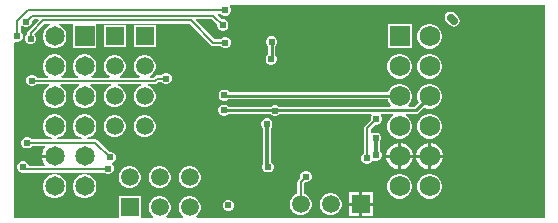
<source format=gbl>
G04*
G04 #@! TF.GenerationSoftware,Altium Limited,Altium Designer,23.3.1 (30)*
G04*
G04 Layer_Physical_Order=2*
G04 Layer_Color=16711680*
%FSLAX44Y44*%
%MOMM*%
G71*
G04*
G04 #@! TF.SameCoordinates,D8AE08F4-3845-44A1-9C7E-D53955B2364C*
G04*
G04*
G04 #@! TF.FilePolarity,Positive*
G04*
G01*
G75*
%ADD13C,0.2540*%
%ADD15C,0.3048*%
%ADD16C,0.2032*%
%ADD32C,0.6350*%
%ADD34R,1.5000X1.5000*%
%ADD35C,1.5000*%
%ADD36R,1.6510X1.6510*%
%ADD37C,1.6510*%
%ADD38R,1.5000X1.5000*%
%ADD39C,1.7272*%
%ADD40R,1.6764X1.6764*%
%ADD41C,0.6096*%
G36*
X707316Y252805D02*
X412227D01*
X411887Y254074D01*
X412097Y254196D01*
X413824Y255923D01*
X415046Y258039D01*
X415678Y260399D01*
Y262841D01*
X415046Y265201D01*
X413824Y267317D01*
X412097Y269044D01*
X409981Y270266D01*
X407621Y270898D01*
X405178D01*
X402819Y270266D01*
X400703Y269044D01*
X398976Y267317D01*
X397754Y265201D01*
X397122Y262841D01*
Y260399D01*
X397754Y258039D01*
X398976Y255923D01*
X400703Y254196D01*
X400913Y254074D01*
X400573Y252805D01*
X386827D01*
X386487Y254074D01*
X386697Y254196D01*
X388424Y255923D01*
X389646Y258039D01*
X390278Y260399D01*
Y262841D01*
X389646Y265201D01*
X388424Y267317D01*
X386697Y269044D01*
X384581Y270266D01*
X382221Y270898D01*
X379779D01*
X377419Y270266D01*
X375303Y269044D01*
X373576Y267317D01*
X372354Y265201D01*
X371722Y262841D01*
Y260399D01*
X372354Y258039D01*
X373576Y255923D01*
X375303Y254196D01*
X375513Y254074D01*
X375173Y252805D01*
X364878D01*
Y270898D01*
X346322D01*
Y252805D01*
X257885D01*
Y400791D01*
X258941Y401496D01*
X259181Y401397D01*
X261101D01*
X262875Y402132D01*
X264232Y403489D01*
X264967Y405263D01*
Y407183D01*
X264232Y408956D01*
X263199Y409990D01*
Y414996D01*
X264469Y415522D01*
X265236Y414755D01*
X267010Y414020D01*
X268930D01*
X270704Y414755D01*
X272061Y416112D01*
X272796Y417886D01*
Y419643D01*
X274230Y421077D01*
X278114D01*
X278600Y419904D01*
X269701Y411004D01*
X269083Y410080D01*
X268866Y408990D01*
X268866Y408990D01*
Y408279D01*
X267689Y407102D01*
X266954Y405328D01*
Y403408D01*
X267689Y401634D01*
X269046Y400277D01*
X270820Y399542D01*
X272740D01*
X274514Y400277D01*
X275871Y401634D01*
X276606Y403408D01*
Y405328D01*
X275871Y407102D01*
X274863Y408110D01*
X283767Y417013D01*
X288038D01*
X288227Y415749D01*
X285940Y414428D01*
X284072Y412560D01*
X282751Y410273D01*
X282067Y407721D01*
Y405079D01*
X282751Y402527D01*
X284072Y400240D01*
X285940Y398372D01*
X288227Y397051D01*
X290779Y396367D01*
X293421D01*
X295973Y397051D01*
X298260Y398372D01*
X300128Y400240D01*
X301449Y402527D01*
X302133Y405079D01*
Y407721D01*
X301449Y410273D01*
X300128Y412560D01*
X298260Y414428D01*
X295973Y415749D01*
X296162Y417013D01*
X306437D01*
X307467Y416433D01*
X307467Y415743D01*
Y396367D01*
X327533D01*
Y415743D01*
X327533Y416433D01*
X328563Y417013D01*
X406236D01*
X424198Y399052D01*
X425122Y398434D01*
X426212Y398217D01*
X426212Y398217D01*
X432650D01*
X433892Y396975D01*
X435666Y396240D01*
X437586D01*
X439360Y396975D01*
X440717Y398332D01*
X441452Y400106D01*
Y402026D01*
X440717Y403800D01*
X439360Y405157D01*
X437586Y405892D01*
X435666D01*
X433892Y405157D01*
X432650Y403915D01*
X427392D01*
X411403Y419904D01*
X411889Y421077D01*
X425206D01*
X429601Y416682D01*
Y414925D01*
X430336Y413151D01*
X431693Y411794D01*
X433467Y411059D01*
X435387D01*
X437161Y411794D01*
X438518Y413151D01*
X439253Y414925D01*
Y416845D01*
X438518Y418619D01*
X437161Y419976D01*
X435387Y420711D01*
X433630D01*
X429865Y424476D01*
X430351Y425649D01*
X432623D01*
X433866Y424407D01*
X435640Y423672D01*
X437560D01*
X439333Y424407D01*
X440691Y425764D01*
X441426Y427538D01*
Y429458D01*
X440691Y431232D01*
X440197Y431726D01*
X440723Y432995D01*
X707316D01*
Y252805D01*
D02*
G37*
%LPC*%
G36*
X627380Y427198D02*
X625447Y426814D01*
X623809Y425719D01*
X622714Y424081D01*
X622330Y422148D01*
X622714Y420215D01*
X623809Y418577D01*
X626603Y415783D01*
X628241Y414688D01*
X630174Y414304D01*
X632107Y414688D01*
X633745Y415783D01*
X634840Y417421D01*
X635224Y419354D01*
X634840Y421287D01*
X633745Y422925D01*
X630951Y425719D01*
X629313Y426814D01*
X627380Y427198D01*
D02*
G37*
G36*
X377578Y415678D02*
X359022D01*
Y397122D01*
X377578D01*
Y415678D01*
D02*
G37*
G36*
X352178D02*
X333622D01*
Y397122D01*
X352178D01*
Y415678D01*
D02*
G37*
G36*
X594360Y416560D02*
X574040D01*
Y396240D01*
X594360D01*
Y416560D01*
D02*
G37*
G36*
X610971Y416814D02*
X608229D01*
X605580Y416104D01*
X603206Y414733D01*
X601267Y412794D01*
X599896Y410420D01*
X599186Y407771D01*
Y405029D01*
X599896Y402380D01*
X601267Y400006D01*
X603206Y398067D01*
X605580Y396696D01*
X608229Y395986D01*
X610971D01*
X613620Y396696D01*
X615994Y398067D01*
X617933Y400006D01*
X619304Y402380D01*
X620014Y405029D01*
Y407771D01*
X619304Y410420D01*
X617933Y412794D01*
X615994Y414733D01*
X613620Y416104D01*
X610971Y416814D01*
D02*
G37*
G36*
X476702Y406400D02*
X474782D01*
X473008Y405665D01*
X471651Y404308D01*
X470916Y402534D01*
Y400614D01*
X471651Y398840D01*
X472634Y397857D01*
Y390813D01*
X471397Y389576D01*
X470662Y387802D01*
Y385882D01*
X471397Y384108D01*
X472754Y382751D01*
X474528Y382016D01*
X476448D01*
X478222Y382751D01*
X479579Y384108D01*
X480314Y385882D01*
Y387802D01*
X479579Y389576D01*
X478850Y390305D01*
Y397857D01*
X479833Y398840D01*
X480568Y400614D01*
Y402534D01*
X479833Y404308D01*
X478476Y405665D01*
X476702Y406400D01*
D02*
G37*
G36*
X318821Y391033D02*
X316179D01*
X313627Y390349D01*
X311340Y389028D01*
X309472Y387160D01*
X308151Y384873D01*
X307467Y382321D01*
Y379679D01*
X308151Y377127D01*
X309472Y374840D01*
X311340Y372972D01*
X311857Y372673D01*
X311517Y371403D01*
X298083D01*
X297743Y372673D01*
X298260Y372972D01*
X300128Y374840D01*
X301449Y377127D01*
X302133Y379679D01*
Y382321D01*
X301449Y384873D01*
X300128Y387160D01*
X298260Y389028D01*
X295973Y390349D01*
X293421Y391033D01*
X290779D01*
X288227Y390349D01*
X285940Y389028D01*
X284072Y387160D01*
X282751Y384873D01*
X282067Y382321D01*
Y379679D01*
X282751Y377127D01*
X284072Y374840D01*
X285940Y372972D01*
X286457Y372673D01*
X286117Y371403D01*
X277199D01*
X277141Y371542D01*
X275784Y372899D01*
X274010Y373634D01*
X272090D01*
X270316Y372899D01*
X268959Y371542D01*
X268224Y369768D01*
Y367848D01*
X268959Y366074D01*
X270316Y364717D01*
X272090Y363982D01*
X274010D01*
X275784Y364717D01*
X276772Y365705D01*
X286997D01*
X287337Y364435D01*
X285940Y363628D01*
X284072Y361760D01*
X282751Y359473D01*
X282067Y356921D01*
Y354279D01*
X282751Y351727D01*
X284072Y349440D01*
X285940Y347572D01*
X288227Y346251D01*
X290779Y345567D01*
X293421D01*
X295973Y346251D01*
X298260Y347572D01*
X300128Y349440D01*
X301449Y351727D01*
X302133Y354279D01*
Y356921D01*
X301449Y359473D01*
X300128Y361760D01*
X298260Y363628D01*
X296863Y364435D01*
X297203Y365705D01*
X312397D01*
X312737Y364435D01*
X311340Y363628D01*
X309472Y361760D01*
X308151Y359473D01*
X307467Y356921D01*
Y354279D01*
X308151Y351727D01*
X309472Y349440D01*
X311340Y347572D01*
X313627Y346251D01*
X316179Y345567D01*
X318821D01*
X321373Y346251D01*
X323660Y347572D01*
X325528Y349440D01*
X326849Y351727D01*
X327533Y354279D01*
Y356921D01*
X326849Y359473D01*
X325528Y361760D01*
X323660Y363628D01*
X322263Y364435D01*
X322603Y365705D01*
X339859D01*
X340026Y364435D01*
X339319Y364246D01*
X337203Y363024D01*
X335476Y361297D01*
X334254Y359181D01*
X333622Y356822D01*
Y354379D01*
X334254Y352019D01*
X335476Y349903D01*
X337203Y348176D01*
X339319Y346954D01*
X341679Y346322D01*
X344122D01*
X346481Y346954D01*
X348597Y348176D01*
X350324Y349903D01*
X351546Y352019D01*
X352178Y354379D01*
Y356822D01*
X351546Y359181D01*
X350324Y361297D01*
X348597Y363024D01*
X346481Y364246D01*
X345774Y364435D01*
X345941Y365705D01*
X365259D01*
X365426Y364435D01*
X364719Y364246D01*
X362603Y363024D01*
X360876Y361297D01*
X359654Y359181D01*
X359022Y356822D01*
Y354379D01*
X359654Y352019D01*
X360876Y349903D01*
X362603Y348176D01*
X364719Y346954D01*
X367079Y346322D01*
X369521D01*
X371881Y346954D01*
X373997Y348176D01*
X375724Y349903D01*
X376946Y352019D01*
X377578Y354379D01*
Y356822D01*
X376946Y359181D01*
X375724Y361297D01*
X373997Y363024D01*
X371881Y364246D01*
X371174Y364435D01*
X371341Y365705D01*
X376682D01*
X376682Y365705D01*
X377772Y365922D01*
X378696Y366540D01*
X379894Y367737D01*
X382358D01*
X383600Y366495D01*
X385374Y365760D01*
X387294D01*
X389068Y366495D01*
X390425Y367852D01*
X391160Y369626D01*
Y371546D01*
X390425Y373320D01*
X389068Y374677D01*
X387294Y375412D01*
X385374D01*
X383600Y374677D01*
X382358Y373435D01*
X378714D01*
X378714Y373435D01*
X377624Y373218D01*
X376700Y372600D01*
X375502Y371403D01*
X372773D01*
X372433Y372673D01*
X373997Y373576D01*
X375724Y375303D01*
X376946Y377419D01*
X377578Y379779D01*
Y382221D01*
X376946Y384581D01*
X375724Y386697D01*
X373997Y388424D01*
X371881Y389646D01*
X369521Y390278D01*
X367079D01*
X364719Y389646D01*
X362603Y388424D01*
X360876Y386697D01*
X359654Y384581D01*
X359022Y382221D01*
Y379779D01*
X359654Y377419D01*
X360876Y375303D01*
X362603Y373576D01*
X364167Y372673D01*
X363827Y371403D01*
X347373D01*
X347033Y372673D01*
X348597Y373576D01*
X350324Y375303D01*
X351546Y377419D01*
X352178Y379779D01*
Y382221D01*
X351546Y384581D01*
X350324Y386697D01*
X348597Y388424D01*
X346481Y389646D01*
X344122Y390278D01*
X341679D01*
X339319Y389646D01*
X337203Y388424D01*
X335476Y386697D01*
X334254Y384581D01*
X333622Y382221D01*
Y379779D01*
X334254Y377419D01*
X335476Y375303D01*
X337203Y373576D01*
X338767Y372673D01*
X338427Y371403D01*
X323483D01*
X323143Y372673D01*
X323660Y372972D01*
X325528Y374840D01*
X326849Y377127D01*
X327533Y379679D01*
Y382321D01*
X326849Y384873D01*
X325528Y387160D01*
X323660Y389028D01*
X321373Y390349D01*
X318821Y391033D01*
D02*
G37*
G36*
X610971Y391414D02*
X608229D01*
X605580Y390704D01*
X603206Y389333D01*
X601267Y387394D01*
X599896Y385020D01*
X599186Y382371D01*
Y379629D01*
X599896Y376980D01*
X601267Y374606D01*
X603206Y372667D01*
X605580Y371296D01*
X608229Y370586D01*
X610971D01*
X613620Y371296D01*
X615994Y372667D01*
X617933Y374606D01*
X619304Y376980D01*
X620014Y379629D01*
Y382371D01*
X619304Y385020D01*
X617933Y387394D01*
X615994Y389333D01*
X613620Y390704D01*
X610971Y391414D01*
D02*
G37*
G36*
X585571D02*
X582829D01*
X580180Y390704D01*
X577806Y389333D01*
X575867Y387394D01*
X574496Y385020D01*
X573786Y382371D01*
Y379629D01*
X574496Y376980D01*
X575867Y374606D01*
X577806Y372667D01*
X580180Y371296D01*
X582829Y370586D01*
X585571D01*
X588220Y371296D01*
X590594Y372667D01*
X592533Y374606D01*
X593904Y376980D01*
X594614Y379629D01*
Y382371D01*
X593904Y385020D01*
X592533Y387394D01*
X590594Y389333D01*
X588220Y390704D01*
X585571Y391414D01*
D02*
G37*
G36*
X610971Y366014D02*
X608229D01*
X605580Y365304D01*
X603206Y363933D01*
X601267Y361994D01*
X599896Y359620D01*
X599186Y356971D01*
Y354229D01*
X599896Y351580D01*
X600368Y350763D01*
X596483Y346878D01*
X592001D01*
X591475Y348148D01*
X592533Y349206D01*
X593904Y351580D01*
X594614Y354229D01*
Y356971D01*
X593904Y359620D01*
X592533Y361994D01*
X590594Y363933D01*
X588220Y365304D01*
X585571Y366014D01*
X582829D01*
X580180Y365304D01*
X577806Y363933D01*
X575867Y361994D01*
X574496Y359620D01*
X574368Y359143D01*
X439873D01*
X439847Y359204D01*
X438490Y360561D01*
X436716Y361296D01*
X434796D01*
X433022Y360561D01*
X431665Y359204D01*
X430930Y357430D01*
Y355510D01*
X431665Y353736D01*
X433022Y352379D01*
X434796Y351644D01*
X436716D01*
X438490Y352379D01*
X439038Y352927D01*
X574135D01*
X574496Y351580D01*
X575867Y349206D01*
X576925Y348148D01*
X576399Y346878D01*
X482145D01*
X481524Y347499D01*
X479750Y348234D01*
X477830D01*
X476056Y347499D01*
X475435Y346878D01*
X439219D01*
X438236Y347861D01*
X436462Y348596D01*
X434542D01*
X432768Y347861D01*
X431411Y346504D01*
X430676Y344730D01*
Y342810D01*
X431411Y341036D01*
X432768Y339679D01*
X434542Y338944D01*
X436462D01*
X438236Y339679D01*
X439219Y340662D01*
X474711D01*
X476056Y339317D01*
X477830Y338582D01*
X479750D01*
X481524Y339317D01*
X482869Y340662D01*
X560133D01*
X560659Y339392D01*
X560297Y339030D01*
X559562Y337256D01*
Y335499D01*
X554676Y330612D01*
X554058Y329688D01*
X553841Y328598D01*
X553841Y328598D01*
Y306971D01*
X552599Y305729D01*
X551864Y303955D01*
Y302035D01*
X552599Y300261D01*
X553956Y298904D01*
X555730Y298169D01*
X557650D01*
X559424Y298904D01*
X560781Y300261D01*
X560831Y300381D01*
X562445Y301038D01*
X563174Y300736D01*
X565094D01*
X566868Y301471D01*
X568225Y302828D01*
X568960Y304602D01*
Y306522D01*
X568225Y308296D01*
X567374Y309147D01*
Y316709D01*
X567971Y317306D01*
X568706Y319080D01*
Y321000D01*
X567971Y322774D01*
X566614Y324131D01*
X564840Y324866D01*
X562920D01*
X561146Y324131D01*
X560809Y323794D01*
X559539Y324320D01*
Y327418D01*
X563591Y331470D01*
X565348D01*
X567122Y332205D01*
X568479Y333562D01*
X569214Y335336D01*
Y337256D01*
X568479Y339030D01*
X568117Y339392D01*
X568643Y340662D01*
X578953D01*
X579294Y339392D01*
X577806Y338533D01*
X575867Y336594D01*
X574496Y334220D01*
X573786Y331571D01*
Y328829D01*
X574496Y326180D01*
X575867Y323806D01*
X577806Y321867D01*
X580180Y320496D01*
X582829Y319786D01*
X585571D01*
X588220Y320496D01*
X590594Y321867D01*
X592533Y323806D01*
X593904Y326180D01*
X594614Y328829D01*
Y331571D01*
X593904Y334220D01*
X592533Y336594D01*
X590594Y338533D01*
X589106Y339392D01*
X589447Y340662D01*
X597770D01*
X598959Y340899D01*
X599967Y341572D01*
X604763Y346368D01*
X605580Y345896D01*
X608229Y345186D01*
X610971D01*
X613620Y345896D01*
X615994Y347267D01*
X617933Y349206D01*
X619304Y351580D01*
X620014Y354229D01*
Y356971D01*
X619304Y359620D01*
X617933Y361994D01*
X615994Y363933D01*
X613620Y365304D01*
X610971Y366014D01*
D02*
G37*
G36*
X369521Y339478D02*
X367079D01*
X364719Y338846D01*
X362603Y337624D01*
X360876Y335897D01*
X359654Y333781D01*
X359022Y331422D01*
Y328979D01*
X359654Y326619D01*
X360876Y324503D01*
X362603Y322776D01*
X364719Y321554D01*
X367079Y320922D01*
X369521D01*
X371881Y321554D01*
X373997Y322776D01*
X375724Y324503D01*
X376946Y326619D01*
X377578Y328979D01*
Y331422D01*
X376946Y333781D01*
X375724Y335897D01*
X373997Y337624D01*
X371881Y338846D01*
X369521Y339478D01*
D02*
G37*
G36*
X344122D02*
X341679D01*
X339319Y338846D01*
X337203Y337624D01*
X335476Y335897D01*
X334254Y333781D01*
X333622Y331422D01*
Y328979D01*
X334254Y326619D01*
X335476Y324503D01*
X337203Y322776D01*
X339319Y321554D01*
X341679Y320922D01*
X344122D01*
X346481Y321554D01*
X348597Y322776D01*
X350324Y324503D01*
X351546Y326619D01*
X352178Y328979D01*
Y331422D01*
X351546Y333781D01*
X350324Y335897D01*
X348597Y337624D01*
X346481Y338846D01*
X344122Y339478D01*
D02*
G37*
G36*
X610971Y340614D02*
X608229D01*
X605580Y339904D01*
X603206Y338533D01*
X601267Y336594D01*
X599896Y334220D01*
X599186Y331571D01*
Y328829D01*
X599896Y326180D01*
X601267Y323806D01*
X603206Y321867D01*
X605580Y320496D01*
X608229Y319786D01*
X610971D01*
X613620Y320496D01*
X615994Y321867D01*
X617933Y323806D01*
X619304Y326180D01*
X620014Y328829D01*
Y331571D01*
X619304Y334220D01*
X617933Y336594D01*
X615994Y338533D01*
X613620Y339904D01*
X610971Y340614D01*
D02*
G37*
G36*
X318821Y340233D02*
X316179D01*
X313627Y339549D01*
X311340Y338228D01*
X309472Y336360D01*
X308151Y334073D01*
X307467Y331521D01*
Y328879D01*
X308151Y326327D01*
X309472Y324040D01*
X311340Y322172D01*
X313627Y320851D01*
X315501Y320349D01*
X315334Y319079D01*
X294266D01*
X294099Y320349D01*
X295973Y320851D01*
X298260Y322172D01*
X300128Y324040D01*
X301449Y326327D01*
X302133Y328879D01*
Y331521D01*
X301449Y334073D01*
X300128Y336360D01*
X298260Y338228D01*
X295973Y339549D01*
X293421Y340233D01*
X290779D01*
X288227Y339549D01*
X285940Y338228D01*
X284072Y336360D01*
X282751Y334073D01*
X282067Y331521D01*
Y328879D01*
X282751Y326327D01*
X284072Y324040D01*
X285940Y322172D01*
X288227Y320851D01*
X290101Y320349D01*
X289934Y319079D01*
X272708D01*
X271466Y320321D01*
X269692Y321056D01*
X267772D01*
X265998Y320321D01*
X264641Y318964D01*
X263906Y317190D01*
Y315270D01*
X264641Y313496D01*
X265998Y312139D01*
X267772Y311404D01*
X269692D01*
X271466Y312139D01*
X272708Y313381D01*
X283755D01*
X284242Y312208D01*
X283462Y311428D01*
X282041Y308967D01*
X281305Y306221D01*
Y306070D01*
X292100D01*
Y303530D01*
X281305D01*
Y303379D01*
X282041Y300633D01*
X283462Y298172D01*
X283860Y297773D01*
X283375Y296600D01*
X270256D01*
Y296616D01*
X269521Y298390D01*
X268164Y299747D01*
X266390Y300482D01*
X264470D01*
X262696Y299747D01*
X261339Y298390D01*
X260604Y296616D01*
Y294696D01*
X261339Y292922D01*
X262696Y291565D01*
X264470Y290830D01*
X266390D01*
X266814Y291006D01*
X267335Y290902D01*
X267335Y290902D01*
X333971D01*
X334578Y290295D01*
X336352Y289560D01*
X338272D01*
X340046Y290295D01*
X341403Y291652D01*
X342138Y293426D01*
Y295346D01*
X341403Y297120D01*
X340679Y297844D01*
X340977Y299342D01*
X341824Y299693D01*
X343181Y301050D01*
X343916Y302824D01*
Y304744D01*
X343181Y306518D01*
X341824Y307875D01*
X340050Y308610D01*
X338293D01*
X328658Y318244D01*
X327734Y318862D01*
X326644Y319079D01*
X326644Y319079D01*
X319666D01*
X319499Y320349D01*
X321373Y320851D01*
X323660Y322172D01*
X325528Y324040D01*
X326849Y326327D01*
X327533Y328879D01*
Y331521D01*
X326849Y334073D01*
X325528Y336360D01*
X323660Y338228D01*
X321373Y339549D01*
X318821Y340233D01*
D02*
G37*
G36*
X611071Y315976D02*
X610870D01*
Y306070D01*
X620776D01*
Y306271D01*
X620014Y309114D01*
X618543Y311662D01*
X616462Y313743D01*
X613914Y315214D01*
X611071Y315976D01*
D02*
G37*
G36*
X608330D02*
X608129D01*
X605286Y315214D01*
X602738Y313743D01*
X600657Y311662D01*
X599186Y309114D01*
X598424Y306271D01*
Y306070D01*
X608330D01*
Y315976D01*
D02*
G37*
G36*
X585671D02*
X585470D01*
Y306070D01*
X595376D01*
Y306271D01*
X594614Y309114D01*
X593143Y311662D01*
X591062Y313743D01*
X588514Y315214D01*
X585671Y315976D01*
D02*
G37*
G36*
X582930D02*
X582729D01*
X579886Y315214D01*
X577338Y313743D01*
X575257Y311662D01*
X573786Y309114D01*
X573024Y306271D01*
Y306070D01*
X582930D01*
Y315976D01*
D02*
G37*
G36*
X620776Y303530D02*
X610870D01*
Y293624D01*
X611071D01*
X613914Y294386D01*
X616462Y295857D01*
X618543Y297938D01*
X620014Y300486D01*
X620776Y303329D01*
Y303530D01*
D02*
G37*
G36*
X608330D02*
X598424D01*
Y303329D01*
X599186Y300486D01*
X600657Y297938D01*
X602738Y295857D01*
X605286Y294386D01*
X608129Y293624D01*
X608330D01*
Y303530D01*
D02*
G37*
G36*
X595376D02*
X585470D01*
Y293624D01*
X585671D01*
X588514Y294386D01*
X591062Y295857D01*
X593143Y297938D01*
X594614Y300486D01*
X595376Y303329D01*
Y303530D01*
D02*
G37*
G36*
X582930D02*
X573024D01*
Y303329D01*
X573786Y300486D01*
X575257Y297938D01*
X577338Y295857D01*
X579886Y294386D01*
X582729Y293624D01*
X582930D01*
Y303530D01*
D02*
G37*
G36*
X472638Y337058D02*
X470718D01*
X468944Y336323D01*
X467587Y334966D01*
X466852Y333192D01*
Y331272D01*
X467587Y329498D01*
X468311Y328774D01*
Y297940D01*
X467868Y296870D01*
Y294950D01*
X468603Y293176D01*
X469960Y291819D01*
X471734Y291084D01*
X473654D01*
X475428Y291819D01*
X476785Y293176D01*
X477520Y294950D01*
Y296870D01*
X476785Y298644D01*
X475428Y300001D01*
X475045Y300160D01*
Y328774D01*
X475769Y329498D01*
X476504Y331272D01*
Y333192D01*
X475769Y334966D01*
X474412Y336323D01*
X472638Y337058D01*
D02*
G37*
G36*
X407621Y296298D02*
X405178D01*
X402819Y295666D01*
X400703Y294444D01*
X398976Y292717D01*
X397754Y290601D01*
X397122Y288242D01*
Y285798D01*
X397754Y283439D01*
X398976Y281323D01*
X400703Y279596D01*
X402819Y278374D01*
X405178Y277742D01*
X407621D01*
X409981Y278374D01*
X412097Y279596D01*
X413824Y281323D01*
X415046Y283439D01*
X415678Y285798D01*
Y288242D01*
X415046Y290601D01*
X413824Y292717D01*
X412097Y294444D01*
X409981Y295666D01*
X407621Y296298D01*
D02*
G37*
G36*
X382221D02*
X379779D01*
X377419Y295666D01*
X375303Y294444D01*
X373576Y292717D01*
X372354Y290601D01*
X371722Y288242D01*
Y285798D01*
X372354Y283439D01*
X373576Y281323D01*
X375303Y279596D01*
X377419Y278374D01*
X379779Y277742D01*
X382221D01*
X384581Y278374D01*
X386697Y279596D01*
X388424Y281323D01*
X389646Y283439D01*
X390278Y285798D01*
Y288242D01*
X389646Y290601D01*
X388424Y292717D01*
X386697Y294444D01*
X384581Y295666D01*
X382221Y296298D01*
D02*
G37*
G36*
X356822D02*
X354379D01*
X352019Y295666D01*
X349903Y294444D01*
X348176Y292717D01*
X346954Y290601D01*
X346322Y288242D01*
Y285798D01*
X346954Y283439D01*
X348176Y281323D01*
X349903Y279596D01*
X352019Y278374D01*
X354379Y277742D01*
X356822D01*
X359181Y278374D01*
X361297Y279596D01*
X363024Y281323D01*
X364246Y283439D01*
X364878Y285798D01*
Y288242D01*
X364246Y290601D01*
X363024Y292717D01*
X361297Y294444D01*
X359181Y295666D01*
X356822Y296298D01*
D02*
G37*
G36*
X318821Y289433D02*
X316179D01*
X313627Y288749D01*
X311340Y287428D01*
X309472Y285560D01*
X308151Y283273D01*
X307467Y280721D01*
Y278079D01*
X308151Y275527D01*
X309472Y273240D01*
X311340Y271372D01*
X313627Y270051D01*
X316179Y269367D01*
X318821D01*
X321373Y270051D01*
X323660Y271372D01*
X325528Y273240D01*
X326849Y275527D01*
X327533Y278079D01*
Y280721D01*
X326849Y283273D01*
X325528Y285560D01*
X323660Y287428D01*
X321373Y288749D01*
X318821Y289433D01*
D02*
G37*
G36*
X293421D02*
X290779D01*
X288227Y288749D01*
X285940Y287428D01*
X284072Y285560D01*
X282751Y283273D01*
X282067Y280721D01*
Y278079D01*
X282751Y275527D01*
X284072Y273240D01*
X285940Y271372D01*
X288227Y270051D01*
X290779Y269367D01*
X293421D01*
X295973Y270051D01*
X298260Y271372D01*
X300128Y273240D01*
X301449Y275527D01*
X302133Y278079D01*
Y280721D01*
X301449Y283273D01*
X300128Y285560D01*
X298260Y287428D01*
X295973Y288749D01*
X293421Y289433D01*
D02*
G37*
G36*
X610971Y289814D02*
X608229D01*
X605580Y289104D01*
X603206Y287733D01*
X601267Y285794D01*
X599896Y283420D01*
X599186Y280771D01*
Y278029D01*
X599896Y275380D01*
X601267Y273006D01*
X603206Y271067D01*
X605580Y269696D01*
X608229Y268986D01*
X610971D01*
X613620Y269696D01*
X615994Y271067D01*
X617933Y273006D01*
X619304Y275380D01*
X620014Y278029D01*
Y280771D01*
X619304Y283420D01*
X617933Y285794D01*
X615994Y287733D01*
X613620Y289104D01*
X610971Y289814D01*
D02*
G37*
G36*
X585571D02*
X582829D01*
X580180Y289104D01*
X577806Y287733D01*
X575867Y285794D01*
X574496Y283420D01*
X573786Y280771D01*
Y278029D01*
X574496Y275380D01*
X575867Y273006D01*
X577806Y271067D01*
X580180Y269696D01*
X582829Y268986D01*
X585571D01*
X588220Y269696D01*
X590594Y271067D01*
X592533Y273006D01*
X593904Y275380D01*
X594614Y278029D01*
Y280771D01*
X593904Y283420D01*
X592533Y285794D01*
X590594Y287733D01*
X588220Y289104D01*
X585571Y289814D01*
D02*
G37*
G36*
X561220Y274200D02*
X552450D01*
Y265430D01*
X561220D01*
Y274200D01*
D02*
G37*
G36*
X549910D02*
X541140D01*
Y265430D01*
X549910D01*
Y274200D01*
D02*
G37*
G36*
X440126Y267970D02*
X438206D01*
X436432Y267235D01*
X435075Y265878D01*
X434340Y264104D01*
Y262184D01*
X435075Y260410D01*
X436432Y259053D01*
X438206Y258318D01*
X440126D01*
X441900Y259053D01*
X443257Y260410D01*
X443992Y262184D01*
Y264104D01*
X443257Y265878D01*
X441900Y267235D01*
X440126Y267970D01*
D02*
G37*
G36*
X527001Y273438D02*
X524558D01*
X522199Y272806D01*
X520083Y271584D01*
X518356Y269857D01*
X517134Y267741D01*
X516502Y265382D01*
Y262938D01*
X517134Y260579D01*
X518356Y258463D01*
X520083Y256736D01*
X522199Y255514D01*
X524558Y254882D01*
X527001D01*
X529361Y255514D01*
X531477Y256736D01*
X533204Y258463D01*
X534426Y260579D01*
X535058Y262938D01*
Y265382D01*
X534426Y267741D01*
X533204Y269857D01*
X531477Y271584D01*
X529361Y272806D01*
X527001Y273438D01*
D02*
G37*
G36*
X505912Y292354D02*
X503992D01*
X502218Y291619D01*
X500861Y290262D01*
X500126Y288488D01*
Y286731D01*
X498366Y284970D01*
X497748Y284046D01*
X497531Y282956D01*
X497531Y282956D01*
Y273002D01*
X496799Y272806D01*
X494683Y271584D01*
X492956Y269857D01*
X491734Y267741D01*
X491102Y265382D01*
Y262938D01*
X491734Y260579D01*
X492956Y258463D01*
X494683Y256736D01*
X496799Y255514D01*
X499159Y254882D01*
X501601D01*
X503961Y255514D01*
X506077Y256736D01*
X507804Y258463D01*
X509026Y260579D01*
X509658Y262938D01*
Y265382D01*
X509026Y267741D01*
X507804Y269857D01*
X506077Y271584D01*
X503961Y272806D01*
X503229Y273002D01*
Y281776D01*
X504155Y282702D01*
X505912D01*
X507686Y283437D01*
X509043Y284794D01*
X509778Y286568D01*
Y288488D01*
X509043Y290262D01*
X507686Y291619D01*
X505912Y292354D01*
D02*
G37*
G36*
X561220Y262890D02*
X552450D01*
Y254120D01*
X561220D01*
Y262890D01*
D02*
G37*
G36*
X549910D02*
X541140D01*
Y254120D01*
X549910D01*
Y262890D01*
D02*
G37*
%LPD*%
D13*
X435502Y343770D02*
X597770D01*
X475488Y386842D02*
X475742Y387096D01*
Y401574D01*
X597770Y343770D02*
X609600Y355600D01*
X435756Y356470D02*
X436191Y356035D01*
X583765D02*
X584200Y355600D01*
X436191Y356035D02*
X583765D01*
D15*
X564007Y319659D02*
X564134Y319786D01*
X564007Y305689D02*
Y319659D01*
Y305689D02*
X564134Y305562D01*
X563880Y320040D02*
X564134Y319786D01*
X471678Y296926D02*
X472694Y295910D01*
X471678Y296926D02*
Y332232D01*
D16*
X556690Y328598D02*
X564388Y336296D01*
X556690Y302995D02*
Y328598D01*
X500380Y282956D02*
X504952Y287528D01*
X500380Y264160D02*
Y282956D01*
X271715Y404433D02*
X271780Y404368D01*
X271715Y408990D02*
X282587Y419862D01*
X407416D01*
X271715Y404433D02*
Y408990D01*
X426386Y423926D02*
X434427Y415885D01*
X407416Y419862D02*
X426212Y401066D01*
X273050Y423926D02*
X426386D01*
X267970Y418846D02*
X273050Y423926D01*
X269360Y428498D02*
X436600D01*
X260350Y419488D02*
X269360Y428498D01*
X260350Y406432D02*
Y419488D01*
X260141Y406223D02*
X260350Y406432D01*
X426212Y401066D02*
X436626D01*
X273050Y368808D02*
X273304Y368554D01*
X376682D01*
X268732Y316230D02*
X326644D01*
X339090Y303784D01*
X265430Y295656D02*
X267335Y293751D01*
X336677D01*
X337312Y294386D01*
X376682Y368554D02*
X378714Y370586D01*
X386334D01*
D32*
X627380Y422148D02*
X630174Y419354D01*
D34*
X551180Y264160D02*
D03*
X355600Y261620D02*
D03*
D35*
X525780Y264160D02*
D03*
X500380D02*
D03*
X368300Y381000D02*
D03*
Y355600D02*
D03*
Y330200D02*
D03*
X342900Y381000D02*
D03*
Y355600D02*
D03*
Y330200D02*
D03*
X355600Y287020D02*
D03*
X381000Y261620D02*
D03*
Y287020D02*
D03*
X406400Y261620D02*
D03*
Y287020D02*
D03*
D36*
X317500Y406400D02*
D03*
D37*
Y381000D02*
D03*
Y355600D02*
D03*
Y330200D02*
D03*
Y304800D02*
D03*
Y279400D02*
D03*
X292100Y406400D02*
D03*
Y381000D02*
D03*
Y355600D02*
D03*
Y330200D02*
D03*
Y304800D02*
D03*
Y279400D02*
D03*
D38*
X368300Y406400D02*
D03*
X342900D02*
D03*
D39*
X609600Y279400D02*
D03*
Y304800D02*
D03*
Y330200D02*
D03*
Y355600D02*
D03*
Y381000D02*
D03*
Y406400D02*
D03*
X584200Y279400D02*
D03*
Y304800D02*
D03*
Y330200D02*
D03*
Y355600D02*
D03*
Y381000D02*
D03*
D40*
Y406400D02*
D03*
D41*
X556690Y302995D02*
D03*
X504952Y287528D02*
D03*
X564134Y305562D02*
D03*
X472694Y295910D02*
D03*
X471678Y332232D02*
D03*
X430022Y298704D02*
D03*
X444246Y384048D02*
D03*
X478790Y343408D02*
D03*
X435502Y343770D02*
D03*
X475488Y386842D02*
D03*
X475742Y401574D02*
D03*
X564388Y336296D02*
D03*
X563880Y320040D02*
D03*
X346456Y312420D02*
D03*
X435756Y356470D02*
D03*
X271780Y404368D02*
D03*
X267970Y418846D02*
D03*
X260141Y406223D02*
D03*
X436626Y401066D02*
D03*
X434427Y415885D02*
D03*
X436600Y428498D02*
D03*
X273050Y368808D02*
D03*
X268732Y316230D02*
D03*
X339090Y303784D02*
D03*
X265430Y295656D02*
D03*
X337312Y294386D02*
D03*
X386334Y370586D02*
D03*
X439166Y263144D02*
D03*
X602488Y429260D02*
D03*
X630174Y419354D02*
D03*
M02*

</source>
